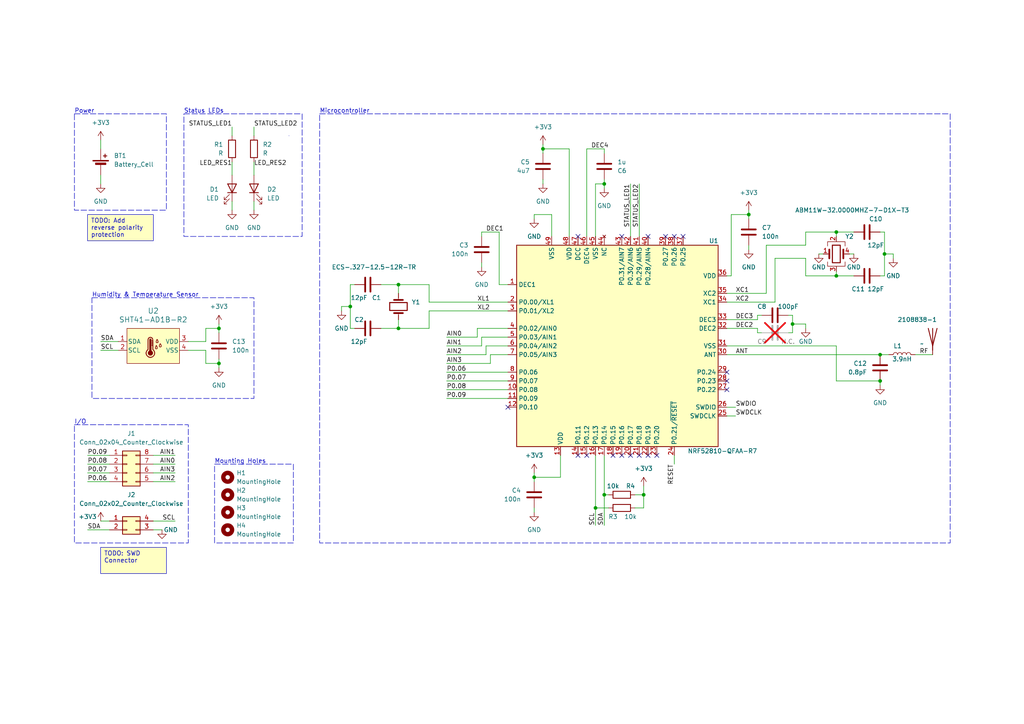
<source format=kicad_sch>
(kicad_sch (version 20230121) (generator eeschema)
  (paper "A4")
  (lib_symbols
    (symbol "Connector_Generic:Conn_02x02_Counter_Clockwise" (pin_names (offset 1.016) hide)
      (property "Reference" "J" (at 1.27 2.54 0))
      (property "Value" "Conn_02x02_Counter_Clockwise" (at 1.27 -5.08 0))
      (symbol "Conn_02x02_Counter_Clockwise_1_1"
        (rectangle (start -1.27 -2.413) (end 0 -2.667) (stroke (width 0.1524)))
        (rectangle (start -1.27 0.127) (end 0 -0.127) (stroke (width 0.1524)))
        (rectangle (start -1.27 1.27) (end 3.81 -3.81) (stroke (width 0.254)) (fill (type background)))
        (rectangle (start 3.81 -2.413) (end 2.54 -2.667) (stroke (width 0.1524)))
        (rectangle (start 3.81 0.127) (end 2.54 -0.127) (stroke (width 0.1524)))
        (pin passive line (at -5.08 0 0) (length 3.81) (name "Pin_1") (number "1"))
        (pin passive line (at -5.08 -2.54 0) (length 3.81) (name "Pin_2") (number "2"))
        (pin passive line (at 7.62 -2.54 180) (length 3.81) (name "Pin_3") (number "3"))
        (pin passive line (at 7.62 0 180) (length 3.81) (name "Pin_4") (number "4"))
      )
    )
    (symbol "Connector_Generic:Conn_02x04_Counter_Clockwise" (pin_names (offset 1.016) hide)
      (property "Reference" "J" (at 1.27 5.08 0))
      (property "Value" "Conn_02x04_Counter_Clockwise" (at 1.27 -7.62 0))
      (symbol "Conn_02x04_Counter_Clockwise_1_1"
        (rectangle (start -1.27 -4.953) (end 0 -5.207) (stroke (width 0.1524)))
        (rectangle (start -1.27 -2.413) (end 0 -2.667) (stroke (width 0.1524)))
        (rectangle (start -1.27 0.127) (end 0 -0.127) (stroke (width 0.1524)))
        (rectangle (start -1.27 2.667) (end 0 2.413) (stroke (width 0.1524)))
        (rectangle (start -1.27 3.81) (end 3.81 -6.35) (stroke (width 0.254)) (fill (type background)))
        (rectangle (start 3.81 -4.953) (end 2.54 -5.207) (stroke (width 0.1524)))
        (rectangle (start 3.81 -2.413) (end 2.54 -2.667) (stroke (width 0.1524)))
        (rectangle (start 3.81 0.127) (end 2.54 -0.127) (stroke (width 0.1524)))
        (rectangle (start 3.81 2.667) (end 2.54 2.413) (stroke (width 0.1524)))
        (pin passive line (at -5.08 2.54 0) (length 3.81) (name "Pin_1") (number "1"))
        (pin passive line (at -5.08 0 0) (length 3.81) (name "Pin_2") (number "2"))
        (pin passive line (at -5.08 -2.54 0) (length 3.81) (name "Pin_3") (number "3"))
        (pin passive line (at -5.08 -5.08 0) (length 3.81) (name "Pin_4") (number "4"))
        (pin passive line (at 7.62 -5.08 180) (length 3.81) (name "Pin_5") (number "5"))
        (pin passive line (at 7.62 -2.54 180) (length 3.81) (name "Pin_6") (number "6"))
        (pin passive line (at 7.62 0 180) (length 3.81) (name "Pin_7") (number "7"))
        (pin passive line (at 7.62 2.54 180) (length 3.81) (name "Pin_8") (number "8"))
      )
    )
    (symbol "Device:Antenna" (pin_numbers hide) (pin_names (offset 1.016) hide)
      (property "Reference" "AE" (at -1.905 1.905 0))
      (property "Value" "Antenna" (at -1.905 0 0))
      (symbol "Antenna_0_1"
        (polyline (pts (xy 0 2.54) (xy 0 -3.81)) (stroke (width 0.254)))
        (polyline (pts (xy 1.27 2.54) (xy 0 -2.54) (xy -1.27 2.54)) (stroke (width 0.254)))
      )
      (symbol "Antenna_1_1"
        (pin input line (at 0 -5.08 90) (length 2.54) (name "A") (number "1"))
      )
    )
    (symbol "Device:Battery_Cell" (pin_numbers hide) (pin_names (offset 0) hide)
      (property "Reference" "BT" (at 2.54 2.54 0))
      (property "Value" "Battery_Cell" (at 2.54 0 0))
      (symbol "Battery_Cell_0_1"
        (rectangle (start -2.286 1.778) (end 2.286 1.524) (fill (type outline)))
        (rectangle (start -1.524 1.016) (end 1.524 0.508) (fill (type outline)))
        (polyline (pts (xy 0 0.762) (xy 0 0)))
        (polyline (pts (xy 0 1.778) (xy 0 2.54)))
        (polyline (pts (xy 0.762 3.048) (xy 1.778 3.048)) (stroke (width 0.254)))
        (polyline (pts (xy 1.27 3.556) (xy 1.27 2.54)) (stroke (width 0.254)))
      )
      (symbol "Battery_Cell_1_1"
        (pin passive line (at 0 5.08 270) (length 2.54) (name "+") (number "1"))
        (pin passive line (at 0 -2.54 90) (length 2.54) (name "-") (number "2"))
      )
    )
    (symbol "Device:C" (pin_numbers hide) (pin_names (offset 0.254))
      (property "Reference" "C" (at 0.635 2.54 0))
      (property "Value" "C" (at 0.635 -2.54 0))
      (symbol "C_0_1"
        (polyline (pts (xy -2.032 -0.762) (xy 2.032 -0.762)) (stroke (width 0.508)))
        (polyline (pts (xy -2.032 0.762) (xy 2.032 0.762)) (stroke (width 0.508)))
      )
      (symbol "C_1_1"
        (pin passive line (at 0 3.81 270) (length 2.794) (name "~") (number "1"))
        (pin passive line (at 0 -3.81 90) (length 2.794) (name "~") (number "2"))
      )
    )
    (symbol "Device:Crystal" (pin_numbers hide) (pin_names (offset 1.016) hide)
      (property "Reference" "Y" (at 0 3.81 0))
      (property "Value" "Crystal" (at 0 -3.81 0))
      (symbol "Crystal_0_1"
        (rectangle (start -1.143 2.54) (end 1.143 -2.54) (stroke (width 0.3048)))
        (polyline (pts (xy -2.54 0) (xy -1.905 0)))
        (polyline (pts (xy -1.905 -1.27) (xy -1.905 1.27)) (stroke (width 0.508)))
        (polyline (pts (xy 1.905 -1.27) (xy 1.905 1.27)) (stroke (width 0.508)))
        (polyline (pts (xy 2.54 0) (xy 1.905 0)))
      )
      (symbol "Crystal_1_1"
        (pin passive line (at -3.81 0 0) (length 1.27) (name "1") (number "1"))
        (pin passive line (at 3.81 0 180) (length 1.27) (name "2") (number "2"))
      )
    )
    (symbol "Device:Crystal_GND23" (pin_names (offset 1.016) hide)
      (property "Reference" "Y" (at 3.175 5.08 0))
      (property "Value" "Crystal_GND23" (at 3.175 3.175 0))
      (symbol "Crystal_GND23_0_1"
        (rectangle (start -1.143 2.54) (end 1.143 -2.54) (stroke (width 0.3048)))
        (polyline (pts (xy -2.54 0) (xy -2.032 0)))
        (polyline (pts (xy -2.032 -1.27) (xy -2.032 1.27)) (stroke (width 0.508)))
        (polyline (pts (xy 0 -3.81) (xy 0 -3.556)))
        (polyline (pts (xy 0 3.556) (xy 0 3.81)))
        (polyline (pts (xy 2.032 -1.27) (xy 2.032 1.27)) (stroke (width 0.508)))
        (polyline (pts (xy 2.032 0) (xy 2.54 0)))
        (polyline (pts (xy -2.54 -2.286) (xy -2.54 -3.556) (xy 2.54 -3.556) (xy 2.54 -2.286)))
        (polyline (pts (xy -2.54 2.286) (xy -2.54 3.556) (xy 2.54 3.556) (xy 2.54 2.286)))
      )
      (symbol "Crystal_GND23_1_1"
        (pin passive line (at -3.81 0 0) (length 1.27) (name "1") (number "1"))
        (pin passive line (at 0 5.08 270) (length 1.27) (name "2") (number "2"))
        (pin passive line (at 0 -5.08 90) (length 1.27) (name "3") (number "3"))
        (pin passive line (at 3.81 0 180) (length 1.27) (name "4") (number "4"))
      )
    )
    (symbol "Device:L" (pin_numbers hide) (pin_names (offset 1.016) hide)
      (property "Reference" "L" (at -1.27 0 90))
      (property "Value" "L" (at 1.905 0 90))
      (symbol "L_0_1"
        (arc (start 0 -2.54) (mid 0.6323 -1.905) (end 0 -1.27))
        (arc (start 0 -1.27) (mid 0.6323 -0.635) (end 0 0))
        (arc (start 0 0) (mid 0.6323 0.635) (end 0 1.27))
        (arc (start 0 1.27) (mid 0.6323 1.905) (end 0 2.54))
      )
      (symbol "L_1_1"
        (pin passive line (at 0 3.81 270) (length 1.27) (name "1") (number "1"))
        (pin passive line (at 0 -3.81 90) (length 1.27) (name "2") (number "2"))
      )
    )
    (symbol "Device:LED" (pin_numbers hide) (pin_names (offset 1.016) hide)
      (property "Reference" "D" (at 0 2.54 0))
      (property "Value" "LED" (at 0 -2.54 0))
      (symbol "LED_0_1"
        (polyline (pts (xy -1.27 -1.27) (xy -1.27 1.27)) (stroke (width 0.254)))
        (polyline (pts (xy -1.27 0) (xy 1.27 0)))
        (polyline (pts (xy 1.27 -1.27) (xy 1.27 1.27) (xy -1.27 0) (xy 1.27 -1.27)) (stroke (width 0.254)))
        (polyline (pts (xy -3.048 -0.762) (xy -4.572 -2.286) (xy -3.81 -2.286) (xy -4.572 -2.286) (xy -4.572 -1.524)))
        (polyline (pts (xy -1.778 -0.762) (xy -3.302 -2.286) (xy -2.54 -2.286) (xy -3.302 -2.286) (xy -3.302 -1.524)))
      )
      (symbol "LED_1_1"
        (pin passive line (at -3.81 0 0) (length 2.54) (name "K") (number "1"))
        (pin passive line (at 3.81 0 180) (length 2.54) (name "A") (number "2"))
      )
    )
    (symbol "Device:R" (pin_numbers hide) (pin_names (offset 0))
      (property "Reference" "R" (at 2.032 0 90))
      (property "Value" "R" (at 0 0 90))
      (symbol "R_0_1"
        (rectangle (start -1.016 -2.54) (end 1.016 2.54) (stroke (width 0.254)))
      )
      (symbol "R_1_1"
        (pin passive line (at 0 3.81 270) (length 1.27) (name "~") (number "1"))
        (pin passive line (at 0 -3.81 90) (length 1.27) (name "~") (number "2"))
      )
    )
    (symbol "Mechanical:MountingHole" (pin_names (offset 1.016))
      (property "Reference" "H" (at 0 5.08 0))
      (property "Value" "MountingHole" (at 0 3.175 0))
      (symbol "MountingHole_0_1"
        (circle (center 0 0) (radius 1.27) (stroke (width 1.27)))
      )
    )
    (symbol "encyclopedia_galactica:NRF52810-QFAA-R7"
      (property "Reference" "U" (at 0 54.61 0))
      (property "Value" "NRF52810-QFAA-R7" (at 0 52.07 0))
      (symbol "NRF52810-QFAA-R7_0_1"
        (rectangle (start -29.21 29.21) (end 29.21 -29.21) (stroke (width 0.254)) (fill (type background)))
      )
      (symbol "NRF52810-QFAA-R7_1_1"
        (pin passive line (at -31.75 17.78 0) (length 2.54) (name "DEC1") (number "1"))
        (pin bidirectional line (at -31.75 -12.7 0) (length 2.54) (name "P0.08") (number "10"))
        (pin bidirectional line (at -31.75 -15.24 0) (length 2.54) (name "P0.09") (number "11"))
        (pin bidirectional line (at -31.75 -17.78 0) (length 2.54) (name "P0.10") (number "12"))
        (pin power_in line (at -16.51 -31.75 90) (length 2.54) (name "VDD") (number "13"))
        (pin bidirectional line (at -11.43 -31.75 90) (length 2.54) (name "P0.11") (number "14"))
        (pin bidirectional line (at -8.89 -31.75 90) (length 2.54) (name "P0.12") (number "15"))
        (pin bidirectional line (at -6.35 -31.75 90) (length 2.54) (name "P0.13") (number "16"))
        (pin bidirectional line (at -3.81 -31.75 90) (length 2.54) (name "P0.14") (number "17"))
        (pin bidirectional line (at -1.27 -31.75 90) (length 2.54) (name "P0.15") (number "18"))
        (pin bidirectional line (at 1.27 -31.75 90) (length 2.54) (name "P0.16") (number "19"))
        (pin bidirectional line (at -31.75 12.7 0) (length 2.54) (name "P0.00/XL1") (number "2"))
        (pin bidirectional line (at 3.81 -31.75 90) (length 2.54) (name "P0.17") (number "20"))
        (pin bidirectional line (at 6.35 -31.75 90) (length 2.54) (name "P0.18") (number "21"))
        (pin bidirectional line (at 8.89 -31.75 90) (length 2.54) (name "P0.19") (number "22"))
        (pin bidirectional line (at 11.43 -31.75 90) (length 2.54) (name "P0.20") (number "23"))
        (pin bidirectional line (at 16.51 -31.75 90) (length 2.54) (name "P0.21/~{RESET}") (number "24"))
        (pin input line (at 31.75 -20.32 180) (length 2.54) (name "SWDCLK") (number "25"))
        (pin bidirectional line (at 31.75 -17.78 180) (length 2.54) (name "SWDIO") (number "26"))
        (pin bidirectional line (at 31.75 -12.7 180) (length 2.54) (name "P0.22") (number "27"))
        (pin bidirectional line (at 31.75 -10.16 180) (length 2.54) (name "P0.23") (number "28"))
        (pin bidirectional line (at 31.75 -7.62 180) (length 2.54) (name "P0.24") (number "29"))
        (pin bidirectional line (at -31.75 10.16 0) (length 2.54) (name "P0.01/XL2") (number "3"))
        (pin passive line (at 31.75 -2.54 180) (length 2.54) (name "ANT") (number "30"))
        (pin power_in line (at 31.75 0 180) (length 2.54) (name "VSS") (number "31"))
        (pin passive line (at 31.75 5.08 180) (length 2.54) (name "DEC2") (number "32"))
        (pin passive line (at 31.75 7.62 180) (length 2.54) (name "DEC3") (number "33"))
        (pin input line (at 31.75 12.7 180) (length 2.54) (name "XC1") (number "34"))
        (pin input line (at 31.75 15.24 180) (length 2.54) (name "XC2") (number "35"))
        (pin passive line (at 31.75 20.32 180) (length 2.54) (name "VDD") (number "36"))
        (pin bidirectional line (at 19.05 31.75 270) (length 2.54) (name "P0.25") (number "37"))
        (pin bidirectional line (at 16.51 31.75 270) (length 2.54) (name "P0.26") (number "38"))
        (pin bidirectional line (at 13.97 31.75 270) (length 2.54) (name "P0.27") (number "39"))
        (pin bidirectional line (at -31.75 5.08 0) (length 2.54) (name "P0.02/AIN0") (number "4"))
        (pin bidirectional line (at 8.89 31.75 270) (length 2.54) (name "P0.28/AIN4") (number "40"))
        (pin bidirectional line (at 6.35 31.75 270) (length 2.54) (name "P0.29/AIN5") (number "41"))
        (pin bidirectional line (at 3.81 31.75 270) (length 2.54) (name "P0.30/AIN6") (number "42"))
        (pin bidirectional line (at 1.27 31.75 270) (length 2.54) (name "P0.31/AIN7") (number "43"))
        (pin no_connect line (at -3.81 31.75 270) (length 2.54) (name "NC") (number "44"))
        (pin passive line (at -6.35 31.75 270) (length 2.54) (name "VSS") (number "45"))
        (pin passive line (at -8.89 31.75 270) (length 2.54) (name "DEC4") (number "46"))
        (pin power_out line (at -11.43 31.75 270) (length 2.54) (name "DCC") (number "47"))
        (pin passive line (at -13.97 31.75 270) (length 2.54) (name "VDD") (number "48"))
        (pin passive line (at -19.05 31.75 270) (length 2.54) (name "VSS") (number "49"))
        (pin bidirectional line (at -31.75 2.54 0) (length 2.54) (name "P0.03/AIN1") (number "5"))
        (pin bidirectional line (at -31.75 0 0) (length 2.54) (name "P0.04/AIN2") (number "6"))
        (pin bidirectional line (at -31.75 -2.54 0) (length 2.54) (name "P0.05/AIN3") (number "7"))
        (pin bidirectional line (at -31.75 -7.62 0) (length 2.54) (name "P0.06") (number "8"))
        (pin bidirectional line (at -31.75 -10.16 0) (length 2.54) (name "P0.07") (number "9"))
      )
    )
    (symbol "encyclopedia_galactica:SHT41-AD1B-R2" (pin_names (offset 0.254))
      (property "Reference" "U" (at 0 13.97 0))
      (property "Value" "SHT41-AD1B-R2" (at 0 11.43 0))
      (symbol "SHT41-AD1B-R2_0_0"
        (polyline (pts (xy -0.7782 -2.7679) (xy -0.7538 -2.7614) (xy -0.6273 -2.7452) (xy -0.5713 -2.733) (xy -0.4386 -2.65) (xy -0.3005 -2.5149) (xy -0.1862 -2.3589) (xy -0.1253 -2.2133) (xy -0.1122 -1.9777) (xy -0.1841 -1.7536) (xy -0.3553 -1.5359) (xy -0.5465 -1.3446) (xy -0.5465 0.2882) (xy -0.5465 1.9209) (xy -0.6855 2.012) (xy -0.7691 2.0613) (xy -0.8546 2.0708) (xy -0.9634 2.012) (xy -1.1023 1.9209) (xy -1.1023 0.2767) (xy -1.1023 -1.3675) (xy -1.2424 -1.4777) (xy -1.2888 -1.5171) (xy -1.4497 -1.7284) (xy -1.5229 -1.9679) (xy -1.5126 -2.2124) (xy -1.4228 -2.4384) (xy -1.2576 -2.6226) (xy -1.0211 -2.7416) (xy -0.8813 -2.7694) (xy -0.7782 -2.7679)) (stroke (width 0.01)) (fill (type outline)))
        (polyline (pts (xy 2.1727 -0.3391) (xy 2.3119 -0.2679) (xy 2.3683 -0.175) (xy 2.3992 -0.0278) (xy 2.3871 0.0546) (xy 2.337 0.2108) (xy 2.2619 0.3868) (xy 2.177 0.5511) (xy 2.0973 0.6727) (xy 2.0379 0.7202) (xy 1.9994 0.6955) (xy 1.9245 0.5928) (xy 1.8393 0.4391) (xy 1.7593 0.2658) (xy 1.6999 0.1045) (xy 1.6767 -0.0135) (xy 1.6805 -0.0349) (xy 1.7878 -0.0349) (xy 1.7977 0.0177) (xy 1.8421 0.1542) (xy 1.9103 0.3256) (xy 2.0328 0.6103) (xy 2.1597 0.3359) (xy 2.2226 0.1922) (xy 2.2764 0.0231) (xy 2.275 -0.0919) (xy 2.2213 -0.1774) (xy 2.1655 -0.214) (xy 2.0379 -0.2441) (xy 1.9584 -0.2324) (xy 1.8367 -0.1559) (xy 1.7878 -0.0349) (xy 1.6805 -0.0349) (xy 1.6952 -0.1171) (xy 1.7686 -0.2536) (xy 1.8305 -0.3015) (xy 1.9945 -0.3498) (xy 2.1727 -0.3391)) (stroke (width 0.01)) (fill (type outline)))
        (polyline (pts (xy 1.2779 0.8852) (xy 1.3876 0.9342) (xy 1.439 1.0346) (xy 1.4494 1.2197) (xy 1.4056 1.4476) (xy 1.3104 1.6903) (xy 1.2438 1.815) (xy 1.1682 1.9333) (xy 1.1209 1.9791) (xy 1.087 1.9506) (xy 1.016 1.8457) (xy 0.9313 1.6903) (xy 0.8493 1.4902) (xy 0.7962 1.2577) (xy 0.7964 1.2083) (xy 0.8985 1.2083) (xy 0.907 1.2863) (xy 0.947 1.4367) (xy 1.0063 1.5899) (xy 1.0699 1.7089) (xy 1.1227 1.7568) (xy 1.1687 1.7194) (xy 1.2295 1.6057) (xy 1.286 1.4514) (xy 1.3252 1.2933) (xy 1.3338 1.1679) (xy 1.3235 1.1054) (xy 1.2709 1.0212) (xy 1.1467 0.9899) (xy 1.1356 0.9889) (xy 0.987 0.994) (xy 0.9164 1.0597) (xy 0.8985 1.2083) (xy 0.7964 1.2083) (xy 0.7968 1.063) (xy 0.8541 0.9342) (xy 0.9555 0.8871) (xy 1.116 0.8695) (xy 1.2779 0.8852)) (stroke (width 0.01)) (fill (type outline)))
        (polyline (pts (xy 1.1245 -0.8535) (xy 1.1312 -0.8498) (xy 1.2085 -0.7577) (xy 1.2315 -0.5895) (xy 1.2238 -0.507) (xy 1.1823 -0.3342) (xy 1.116 -0.1464) (xy 1.038 0.0259) (xy 0.9612 0.1517) (xy 0.8985 0.2005) (xy 0.864 0.1827) (xy 0.7914 0.0847) (xy 0.7123 -0.0722) (xy 0.6397 -0.2572) (xy 0.5864 -0.4397) (xy 0.5682 -0.5702) (xy 0.6762 -0.5702) (xy 0.6847 -0.4923) (xy 0.7246 -0.3419) (xy 0.784 -0.1887) (xy 0.8476 -0.0697) (xy 0.9004 -0.0218) (xy 0.9464 -0.0591) (xy 1.0072 -0.1728) (xy 1.0637 -0.3271) (xy 1.1029 -0.4853) (xy 1.1115 -0.6106) (xy 1.1012 -0.6731) (xy 1.0485 -0.7574) (xy 0.9243 -0.7887) (xy 0.9133 -0.7897) (xy 0.7647 -0.7846) (xy 0.6941 -0.7188) (xy 0.6762 -0.5702) (xy 0.5682 -0.5702) (xy 0.5656 -0.5887) (xy 0.5845 -0.7427) (xy 0.6623 -0.851) (xy 0.7257 -0.88) (xy 0.9286 -0.906) (xy 1.1245 -0.8535)) (stroke (width 0.01)) (fill (type outline)))
        (polyline (pts (xy -0.5545 -3.3797) (xy -0.2175 -3.2426) (xy 0.0945 -2.9972) (xy 0.1243 -2.9669) (xy 0.3463 -2.6832) (xy 0.4707 -2.3844) (xy 0.5089 -2.044) (xy 0.476 -1.8294) (xy 0.3828 -1.5698) (xy 0.2505 -1.3237) (xy 0.1 -1.1376) (xy -0.0463 -1.0029) (xy -0.0464 0.4742) (xy -0.0467 0.7893) (xy -0.0488 1.1761) (xy -0.0534 1.4752) (xy -0.0614 1.7005) (xy -0.0736 1.8661) (xy -0.0909 1.986) (xy -0.1139 2.0742) (xy -0.1437 2.1447) (xy -0.2598 2.3183) (xy -0.4689 2.4887) (xy -0.7142 2.5745) (xy -0.9722 2.5687) (xy -1.2192 2.4643) (xy -1.2384 2.4513) (xy -1.3421 2.3751) (xy -1.424 2.294) (xy -1.4867 2.1948) (xy -1.5327 2.0641) (xy -1.5646 1.8887) (xy -1.585 1.6553) (xy -1.5964 1.3506) (xy -1.6014 0.9613) (xy -1.6025 0.4742) (xy -1.6026 -1.0029) (xy -1.7489 -1.1376) (xy -1.8907 -1.3105) (xy -2.0247 -1.5544) (xy -2.1208 -1.8145) (xy -2.1578 -2.044) (xy -2.1575 -2.0827) (xy -2.138 -2.2218) (xy -1.9808 -2.2218) (xy -1.9707 -1.897) (xy -1.8626 -1.5804) (xy -1.6554 -1.2905) (xy -1.4358 -1.0597) (xy -1.4358 0.4346) (xy -1.4358 0.4797) (xy -1.4346 0.9365) (xy -1.4309 1.2963) (xy -1.424 1.572) (xy -1.4133 1.7764) (xy -1.398 1.9226) (xy -1.3777 2.0235) (xy -1.3515 2.0921) (xy -1.3513 2.0925) (xy -1.216 2.2564) (xy -1.0244 2.3768) (xy -0.8244 2.4237) (xy -0.7891 2.4224) (xy -0.5709 2.3561) (xy -0.3871 2.2073) (xy -0.2603 2.0002) (xy -0.2131 1.7595) (xy -0.2144 1.7118) (xy -0.2434 1.6157) (xy -0.3242 1.59) (xy -0.389 1.5745) (xy -0.4354 1.5066) (xy -0.4147 1.458) (xy -0.3242 1.4233) (xy -0.2391 1.3933) (xy -0.2131 1.2843) (xy -0.237 1.1779) (xy -0.3242 1.1454) (xy -0.389 1.1299) (xy -0.4354 1.062) (xy -0.4147 1.0134) (xy -0.3242 0.9786) (xy -0.2391 0.9486) (xy -0.2131 0.8397) (xy -0.237 0.7333) (xy -0.3242 0.7007) (xy -0.389 0.6853) (xy -0.4354 0.6174) (xy -0.4147 0.5687) (xy -0.3242 0.534) (xy -0.2391 0.504) (xy -0.2131 0.395) (xy -0.237 0.2887) (xy -0.3242 0.2561) (xy -0.389 0.2406) (xy -0.4354 0.1727) (xy -0.4147 0.1241) (xy -0.3242 0.0894) (xy -0.3128 0.0892) (xy -0.2667 0.0778) (xy -0.2375 0.0345) (xy -0.2213 -0.0606) (xy -0.2145 -0.2272) (xy -0.2131 -0.4852) (xy -0.2131 -1.0597) (xy 0.0065 -1.2905) (xy 0.1132 -1.418) (xy 0.2758 -1.7239) (xy 0.3386 -2.0486) (xy 0.3025 -2.3736) (xy 0.168 -2.6806) (xy -0.0639 -2.9511) (xy -0.1168 -2.9941) (xy -0.3007 -3.1115) (xy -0.4755 -3.1865) (xy -0.586 -3.2131) (xy -0.9384 -3.2355) (xy -1.2628 -3.1514) (xy -1.568 -2.9592) (xy -1.7106 -2.8208) (xy -1.8938 -2.5359) (xy -1.9808 -2.2218) (xy -2.138 -2.2218) (xy -2.1106 -2.4174) (xy -1.9764 -2.7137) (xy -1.7434 -2.9978) (xy -1.5826 -3.142) (xy -1.4085 -3.2682) (xy -1.2691 -3.3395) (xy -0.9161 -3.4084) (xy -0.5545 -3.3797)) (stroke (width 0.01)) (fill (type outline)))
      )
      (symbol "SHT41-AD1B-R2_1_1"
        (rectangle (start -7.62 5.08) (end 7.62 -5.08) (fill (type background)))
        (pin bidirectional line (at -10.16 1.27 0) (length 2.54) (name "SDA") (number "1"))
        (pin input line (at -10.16 -1.27 0) (length 2.54) (name "SCL") (number "2"))
        (pin power_in line (at 10.16 1.27 180) (length 2.54) (name "VDD") (number "3"))
        (pin power_out line (at 10.16 -1.27 180) (length 2.54) (name "VSS") (number "4"))
      )
    )
    (symbol "power:+3V3" (power) (pin_names (offset 0))
      (property "Value" "+3V3" (at 0 3.556 0))
      (symbol "+3V3_0_1"
        (polyline (pts (xy -0.762 1.27) (xy 0 2.54)))
        (polyline (pts (xy 0 0) (xy 0 2.54)))
        (polyline (pts (xy 0 2.54) (xy 0.762 1.27)))
      )
      (symbol "+3V3_1_1"
        (pin power_in line (at 0 0 90) (length 0) hide (name "+3V3") (number "1"))
      )
    )
    (symbol "power:GND" (power) (pin_names (offset 0))
      (property "Value" "GND" (at 0 -3.81 0))
      (symbol "GND_0_1"
        (polyline (pts (xy 0 0) (xy 0 -1.27) (xy 1.27 -1.27) (xy 0 -2.54) (xy -1.27 -1.27) (xy 0 -1.27)))
      )
      (symbol "GND_1_1"
        (pin power_in line (at 0 0 270) (length 0) hide (name "GND") (number "1"))
      )
    )
  )
  (junction (at 242.57 67.31))
  (junction (at 175.26 143.51))
  (junction (at 255.27 110.49))
  (junction (at 175.26 53.34))
  (junction (at 186.69 143.51))
  (junction (at 255.27 102.87))
  (junction (at 115.57 95.25))
  (junction (at 63.5 105.41))
  (junction (at 154.94 138.43))
  (junction (at 217.17 62.23))
  (junction (at 242.57 80.01))
  (junction (at 101.6 88.9))
  (junction (at 229.87 93.98))
  (junction (at 115.57 82.55))
  (junction (at 63.5 95.25))
  (junction (at 256.54 73.66))
  (junction (at 157.48 43.18))
  (junction (at 172.72 147.32))
  (no_connect (at 182.88 132.08))
  (no_connect (at 147.32 118.11))
  (no_connect (at 210.82 113.03))
  (no_connect (at 210.82 110.49))
  (no_connect (at 167.64 132.08))
  (no_connect (at 180.34 132.08))
  (no_connect (at 170.18 132.08))
  (no_connect (at 177.8 132.08))
  (no_connect (at 190.5 132.08))
  (no_connect (at 187.96 68.58))
  (no_connect (at 185.42 132.08))
  (no_connect (at 180.34 68.58))
  (no_connect (at 187.96 132.08))
  (no_connect (at 195.58 68.58))
  (no_connect (at 193.04 68.58))
  (no_connect (at 210.82 107.95))
  (no_connect (at 198.12 68.58))
  (no_connect (at 167.64 68.58))
  (wire (pts (xy 129.54 100.33) (xy 139.7 100.33)))
  (wire (pts (xy 139.7 76.2) (xy 139.7 77.47)))
  (wire (pts (xy 101.6 95.25) (xy 101.6 88.9)))
  (wire (pts (xy 175.26 52.07) (xy 175.26 53.34)))
  (wire (pts (xy 242.57 80.01) (xy 242.57 78.74)))
  (wire (pts (xy 212.09 80.01) (xy 210.82 80.01)))
  (wire (pts (xy 44.45 151.13) (xy 50.8 151.13)))
  (wire (pts (xy 29.21 101.6) (xy 34.29 101.6)))
  (wire (pts (xy 147.32 97.79) (xy 139.7 97.79)))
  (wire (pts (xy 222.25 71.12) (xy 222.25 85.09)))
  (wire (pts (xy 157.48 52.07) (xy 157.48 53.34)))
  (wire (pts (xy 129.54 115.57) (xy 147.32 115.57)))
  (wire (pts (xy 233.68 93.98) (xy 229.87 93.98)))
  (wire (pts (xy 184.15 143.51) (xy 186.69 143.51)))
  (wire (pts (xy 224.79 74.93) (xy 233.68 74.93)))
  (wire (pts (xy 63.5 93.98) (xy 63.5 95.25)))
  (wire (pts (xy 115.57 82.55) (xy 115.57 85.09)))
  (wire (pts (xy 124.46 82.55) (xy 124.46 87.63)))
  (wire (pts (xy 265.43 102.87) (xy 270.51 102.87)))
  (wire (pts (xy 29.21 50.8) (xy 29.21 53.34)))
  (wire (pts (xy 172.72 147.32) (xy 176.53 147.32)))
  (wire (pts (xy 182.88 53.34) (xy 182.88 68.58)))
  (wire (pts (xy 29.21 151.13) (xy 31.75 151.13)))
  (wire (pts (xy 140.97 100.33) (xy 140.97 102.87)))
  (wire (pts (xy 44.45 137.16) (xy 50.8 137.16)))
  (wire (pts (xy 59.69 95.25) (xy 63.5 95.25)))
  (wire (pts (xy 175.26 143.51) (xy 175.26 152.4)))
  (wire (pts (xy 256.54 80.01) (xy 256.54 73.66)))
  (wire (pts (xy 220.98 96.52) (xy 219.71 96.52)))
  (wire (pts (xy 185.42 53.34) (xy 185.42 68.58)))
  (wire (pts (xy 67.31 36.83) (xy 67.31 39.37)))
  (wire (pts (xy 175.26 143.51) (xy 176.53 143.51)))
  (wire (pts (xy 102.87 95.25) (xy 101.6 95.25)))
  (wire (pts (xy 154.94 147.32) (xy 154.94 148.59)))
  (wire (pts (xy 129.54 102.87) (xy 140.97 102.87)))
  (wire (pts (xy 129.54 107.95) (xy 147.32 107.95)))
  (wire (pts (xy 129.54 110.49) (xy 147.32 110.49)))
  (wire (pts (xy 139.7 68.58) (xy 139.7 67.31)))
  (wire (pts (xy 29.21 40.64) (xy 29.21 43.18)))
  (wire (pts (xy 154.94 138.43) (xy 162.56 138.43)))
  (wire (pts (xy 144.78 82.55) (xy 144.78 67.31)))
  (wire (pts (xy 144.78 67.31) (xy 139.7 67.31)))
  (wire (pts (xy 172.72 147.32) (xy 172.72 152.4)))
  (wire (pts (xy 147.32 95.25) (xy 138.43 95.25)))
  (wire (pts (xy 233.68 95.25) (xy 233.68 93.98)))
  (wire (pts (xy 255.27 102.87) (xy 257.81 102.87)))
  (wire (pts (xy 229.87 93.98) (xy 229.87 96.52)))
  (wire (pts (xy 59.69 99.06) (xy 59.69 95.25)))
  (wire (pts (xy 44.45 139.7) (xy 50.8 139.7)))
  (wire (pts (xy 217.17 60.96) (xy 217.17 62.23)))
  (wire (pts (xy 63.5 95.25) (xy 63.5 96.52)))
  (wire (pts (xy 242.57 67.31) (xy 233.68 67.31)))
  (wire (pts (xy 238.76 73.66) (xy 237.49 73.66)))
  (wire (pts (xy 170.18 43.18) (xy 170.18 68.58)))
  (wire (pts (xy 129.54 113.03) (xy 147.32 113.03)))
  (wire (pts (xy 220.98 91.44) (xy 219.71 91.44)))
  (wire (pts (xy 154.94 138.43) (xy 154.94 139.7)))
  (wire (pts (xy 165.1 43.18) (xy 157.48 43.18)))
  (wire (pts (xy 228.6 91.44) (xy 229.87 91.44)))
  (wire (pts (xy 25.4 134.62) (xy 31.75 134.62)))
  (wire (pts (xy 154.94 137.16) (xy 154.94 138.43)))
  (wire (pts (xy 210.82 100.33) (xy 242.57 100.33)))
  (wire (pts (xy 99.06 90.17) (xy 99.06 88.9)))
  (wire (pts (xy 25.4 153.67) (xy 31.75 153.67)))
  (wire (pts (xy 210.82 102.87) (xy 255.27 102.87)))
  (wire (pts (xy 110.49 82.55) (xy 115.57 82.55)))
  (wire (pts (xy 44.45 153.67) (xy 46.99 153.67)))
  (wire (pts (xy 142.24 102.87) (xy 142.24 105.41)))
  (wire (pts (xy 139.7 97.79) (xy 139.7 100.33)))
  (wire (pts (xy 157.48 41.91) (xy 157.48 43.18)))
  (wire (pts (xy 25.4 137.16) (xy 31.75 137.16)))
  (wire (pts (xy 165.1 68.58) (xy 165.1 43.18)))
  (wire (pts (xy 172.72 132.08) (xy 172.72 147.32)))
  (wire (pts (xy 224.79 74.93) (xy 224.79 87.63)))
  (wire (pts (xy 184.15 147.32) (xy 186.69 147.32)))
  (wire (pts (xy 186.69 143.51) (xy 186.69 140.97)))
  (wire (pts (xy 175.26 132.08) (xy 175.26 143.51)))
  (wire (pts (xy 242.57 67.31) (xy 242.57 68.58)))
  (wire (pts (xy 256.54 67.31) (xy 255.27 67.31)))
  (wire (pts (xy 233.68 80.01) (xy 242.57 80.01)))
  (wire (pts (xy 73.66 58.42) (xy 73.66 60.96)))
  (wire (pts (xy 195.58 132.08) (xy 195.58 134.62)))
  (wire (pts (xy 242.57 100.33) (xy 242.57 110.49)))
  (wire (pts (xy 247.65 73.66) (xy 246.38 73.66)))
  (wire (pts (xy 217.17 62.23) (xy 217.17 63.5)))
  (wire (pts (xy 138.43 95.25) (xy 138.43 97.79)))
  (wire (pts (xy 242.57 110.49) (xy 255.27 110.49)))
  (wire (pts (xy 115.57 95.25) (xy 124.46 95.25)))
  (wire (pts (xy 25.4 132.08) (xy 31.75 132.08)))
  (wire (pts (xy 210.82 95.25) (xy 219.71 95.25)))
  (wire (pts (xy 217.17 71.12) (xy 217.17 72.39)))
  (wire (pts (xy 25.4 139.7) (xy 31.75 139.7)))
  (wire (pts (xy 63.5 105.41) (xy 63.5 106.68)))
  (wire (pts (xy 157.48 43.18) (xy 157.48 44.45)))
  (wire (pts (xy 259.08 74.93) (xy 259.08 73.66)))
  (wire (pts (xy 124.46 87.63) (xy 147.32 87.63)))
  (wire (pts (xy 124.46 90.17) (xy 147.32 90.17)))
  (wire (pts (xy 67.31 58.42) (xy 67.31 60.96)))
  (wire (pts (xy 160.02 62.23) (xy 154.94 62.23)))
  (wire (pts (xy 67.31 46.99) (xy 67.31 50.8)))
  (wire (pts (xy 44.45 132.08) (xy 50.8 132.08)))
  (wire (pts (xy 115.57 82.55) (xy 124.46 82.55)))
  (wire (pts (xy 210.82 92.71) (xy 219.71 92.71)))
  (wire (pts (xy 212.09 62.23) (xy 217.17 62.23)))
  (wire (pts (xy 175.26 43.18) (xy 175.26 44.45)))
  (wire (pts (xy 228.6 96.52) (xy 229.87 96.52)))
  (wire (pts (xy 255.27 80.01) (xy 256.54 80.01)))
  (wire (pts (xy 138.43 97.79) (xy 129.54 97.79)))
  (wire (pts (xy 124.46 95.25) (xy 124.46 90.17)))
  (wire (pts (xy 175.26 53.34) (xy 175.26 54.61)))
  (wire (pts (xy 210.82 120.65) (xy 213.36 120.65)))
  (wire (pts (xy 101.6 88.9) (xy 101.6 82.55)))
  (wire (pts (xy 170.18 43.18) (xy 175.26 43.18)))
  (wire (pts (xy 73.66 46.99) (xy 73.66 50.8)))
  (wire (pts (xy 147.32 102.87) (xy 142.24 102.87)))
  (wire (pts (xy 186.69 147.32) (xy 186.69 143.51)))
  (wire (pts (xy 63.5 104.14) (xy 63.5 105.41)))
  (wire (pts (xy 224.79 87.63) (xy 210.82 87.63)))
  (wire (pts (xy 219.71 95.25) (xy 219.71 96.52)))
  (wire (pts (xy 233.68 67.31) (xy 233.68 71.12)))
  (wire (pts (xy 142.24 105.41) (xy 129.54 105.41)))
  (wire (pts (xy 44.45 134.62) (xy 50.8 134.62)))
  (wire (pts (xy 255.27 110.49) (xy 255.27 111.76)))
  (wire (pts (xy 54.61 99.06) (xy 59.69 99.06)))
  (wire (pts (xy 256.54 73.66) (xy 256.54 67.31)))
  (wire (pts (xy 172.72 53.34) (xy 175.26 53.34)))
  (wire (pts (xy 259.08 73.66) (xy 256.54 73.66)))
  (wire (pts (xy 59.69 101.6) (xy 59.69 105.41)))
  (wire (pts (xy 154.94 62.23) (xy 154.94 63.5)))
  (wire (pts (xy 160.02 68.58) (xy 160.02 62.23)))
  (wire (pts (xy 147.32 82.55) (xy 144.78 82.55)))
  (wire (pts (xy 73.66 36.83) (xy 73.66 39.37)))
  (wire (pts (xy 233.68 80.01) (xy 233.68 74.93)))
  (wire (pts (xy 247.65 67.31) (xy 242.57 67.31)))
  (wire (pts (xy 54.61 101.6) (xy 59.69 101.6)))
  (wire (pts (xy 229.87 91.44) (xy 229.87 93.98)))
  (wire (pts (xy 115.57 92.71) (xy 115.57 95.25)))
  (wire (pts (xy 29.21 99.06) (xy 34.29 99.06)))
  (wire (pts (xy 110.49 95.25) (xy 115.57 95.25)))
  (wire (pts (xy 147.32 100.33) (xy 140.97 100.33)))
  (wire (pts (xy 59.69 105.41) (xy 63.5 105.41)))
  (wire (pts (xy 162.56 132.08) (xy 162.56 138.43)))
  (wire (pts (xy 212.09 62.23) (xy 212.09 80.01)))
  (wire (pts (xy 172.72 53.34) (xy 172.72 68.58)))
  (wire (pts (xy 210.82 118.11) (xy 213.36 118.11)))
  (wire (pts (xy 222.25 71.12) (xy 233.68 71.12)))
  (wire (pts (xy 99.06 88.9) (xy 101.6 88.9)))
  (wire (pts (xy 247.65 80.01) (xy 242.57 80.01)))
  (wire (pts (xy 210.82 85.09) (xy 222.25 85.09)))
  (wire (pts (xy 101.6 82.55) (xy 102.87 82.55)))
  (wire (pts (xy 219.71 91.44) (xy 219.71 92.71)))
  (rectangle (start 53.34 33.02) (end 87.63 68.58) (stroke (width 0) (type dash)))
  (rectangle (start 21.59 123.19) (end 54.61 157.48) (stroke (width 0) (type dash)))
  (rectangle (start 21.59 33.02) (end 48.26 60.96) (stroke (width 0) (type dash)))
  (rectangle (start 92.71 33.02) (end 275.59 157.48) (stroke (width 0) (type dash)))
  (rectangle (start 26.67 86.36) (end 73.66 115.57) (stroke (width 0) (type dash)))
  (rectangle (start 62.23 134.62) (end 85.09 157.48) (stroke (width 0) (type dash)))
  (rectangle (start 83.82 39.37) (end 83.82 39.37))
  (text_box "TODO: Add reverse polarity protection" (at 25.4 62.23 0) (size 19.05 7.62) (fill (type color) (color 255 255 194 1)) (effects (font (size 1.27 1.27)) (justify left top)))
  (text_box "TODO: SWD Connector" (at 29.21 158.75 0) (size 19.05 7.62) (fill (type color) (color 255 255 194 1)) (effects (font (size 1.27 1.27)) (justify left top)))
  (text "Humidity & Temperature Sensor" (at 26.67 86.36 0) (effects (font (size 1.27 1.27)) (justify left bottom)))
  (text "Microcontroller" (at 92.71 33.02 0) (effects (font (size 1.27 1.27)) (justify left bottom)))
  (text "Mounting Holes" (at 62.23 134.62 0) (effects (font (size 1.27 1.27)) (justify left bottom)))
  (text "I/O" (at 21.59 123.19 0) (effects (font (size 1.27 1.27)) (justify left bottom)))
  (text "Status LEDs" (at 53.34 33.02 0) (effects (font (size 1.27 1.27)) (justify left bottom)))
  (text "Power" (at 21.59 33.02 0) (effects (font (size 1.27 1.27)) (justify left bottom)))
  (label "P0.06" (at 25.4 139.7 0))
  (label "ANT" (at 213.36 102.87 0))
  (label "AIN0" (at 129.54 97.79 0))
  (label "P0.06" (at 129.54 107.95 0))
  (label "SDA" (at 29.21 99.06 0))
  (label "AIN2" (at 50.8 139.7 180))
  (label "SCL" (at 50.8 151.13 180))
  (label "SWDIO" (at 213.36 118.11 0))
  (label "XC1" (at 213.36 85.09 0))
  (label "STATUS_LED1" (at 67.31 36.83 180))
  (label "SCL" (at 172.72 152.4 90))
  (label "DEC3" (at 213.36 92.71 0))
  (label "P0.08" (at 129.54 113.03 0))
  (label "P0.09" (at 25.4 132.08 0))
  (label "RF" (at 266.7 102.87 0))
  (label "STATUS_LED2" (at 185.42 53.34 270))
  (label "XL2" (at 138.43 90.17 0))
  (label "AIN3" (at 129.54 105.41 0))
  (label "DEC2" (at 213.36 95.25 0))
  (label "P0.08" (at 25.4 134.62 0))
  (label "AIN3" (at 50.8 137.16 180))
  (label "LED_RES1" (at 67.31 48.26 180))
  (label "DEC1" (at 140.97 67.31 0))
  (label "SDA" (at 175.26 152.4 90))
  (label "P0.07" (at 129.54 110.49 0))
  (label "SCL" (at 29.21 101.6 0))
  (label "P0.07" (at 25.4 137.16 0))
  (label "STATUS_LED2" (at 73.66 36.83 0))
  (label "P0.09" (at 129.54 115.57 0))
  (label "AIN1" (at 50.8 132.08 180))
  (label "SWDCLK" (at 213.36 120.65 0))
  (label "STATUS_LED1" (at 182.88 53.34 270))
  (label "DEC4" (at 171.45 43.18 0))
  (label "XL1" (at 138.43 87.63 0))
  (label "AIN2" (at 129.54 102.87 0))
  (label "XC2" (at 213.36 87.63 0))
  (label "LED_RES2" (at 73.66 48.26 0))
  (label "AIN1" (at 129.54 100.33 0))
  (label "RESET" (at 195.58 134.62 270))
  (label "AIN0" (at 50.8 134.62 180))
  (label "SDA" (at 25.4 153.67 0))
  (symbol (lib_id "power:GND") (at 237.49 73.66 0) (mirror y) (unit 1)
    (property "Reference" "#PWR016" (effects hide))
    (property "Value" "GND" (at 237.49 77.47 0))
  )
  (symbol (lib_id "Device:LED") (at 67.31 54.61 270) (mirror x) (unit 1)
    (property "Reference" "D1" (at 63.5 54.9275 90) (effects (justify right)))
    (property "Value" "LED" (at 63.5 57.4675 90) (effects (justify right)))
    (property "Footprint" "Resistor_SMD:R_0603_1608Metric" (effects hide))
  )
  (symbol (lib_id "power:+3V3") (at 63.5 93.98 0) (unit 1)
    (property "Reference" "#PWR020" (effects hide))
    (property "Value" "+3V3" (at 63.5 88.9 0))
  )
  (symbol (lib_id "Device:C") (at 106.68 95.25 270) (unit 1)
    (property "Reference" "C2" (at 104.14 92.71 90))
    (property "Value" "12pF" (at 104.14 99.06 90))
    (property "Footprint" "Capacitor_SMD:C_0603_1608Metric" (effects hide))
  )
  (symbol (lib_id "power:GND") (at 247.65 73.66 0) (mirror y) (unit 1)
    (property "Reference" "#PWR017" (effects hide))
    (property "Value" "GND" (at 247.65 77.47 0))
  )
  (symbol (lib_id "Device:C") (at 217.17 67.31 180) (unit 1)
    (property "Reference" "C7" (at 220.98 66.04 0) (effects (justify right)))
    (property "Value" "100n" (at 220.98 68.58 0) (effects (justify right)))
    (property "Footprint" "Capacitor_SMD:C_0603_1608Metric" (effects hide))
  )
  (symbol (lib_id "power:+3V3") (at 154.94 137.16 0) (unit 1)
    (property "Reference" "#PWR08" (effects hide))
    (property "Value" "+3V3" (at 154.94 132.08 0))
  )
  (symbol (lib_id "Device:C") (at 224.79 91.44 90) (unit 1)
    (property "Reference" "C8" (at 220.98 88.9 90))
    (property "Value" "100pF" (at 228.6 88.9 90))
    (property "Footprint" "Capacitor_SMD:C_0603_1608Metric" (effects hide))
  )
  (symbol (lib_id "power:GND") (at 255.27 111.76 0) (mirror y) (unit 1)
    (property "Reference" "#PWR018" (effects hide))
    (property "Value" "GND" (at 255.27 116.84 0))
  )
  (symbol (lib_id "power:GND") (at 73.66 60.96 0) (unit 1)
    (property "Reference" "#PWR04" (effects hide))
    (property "Value" "GND" (at 73.66 66.04 0))
  )
  (symbol (lib_id "power:GND") (at 63.5 106.68 0) (unit 1)
    (property "Reference" "#PWR021" (effects hide))
    (property "Value" "GND" (at 63.5 111.76 0))
  )
  (symbol (lib_id "power:GND") (at 139.7 77.47 0) (unit 1)
    (property "Reference" "#PWR06" (effects hide))
    (property "Value" "GND" (at 139.7 82.55 0))
  )
  (symbol (lib_id "Connector_Generic:Conn_02x02_Counter_Clockwise") (at 36.83 151.13 0) (unit 1)
    (property "Reference" "J2" (at 38.1 143.51 0))
    (property "Value" "Conn_02x02_Counter_Clockwise" (at 38.1 146.05 0))
    (property "Footprint" "Connector_PinHeader_2.54mm:PinHeader_2x02_P2.54mm_Vertical_SMD" (effects hide))
  )
  (symbol (lib_id "Mechanical:MountingHole") (at 66.04 153.67 0) (unit 1)
    (property "Reference" "H4" (at 68.58 152.4 0) (effects (justify left)))
    (property "Value" "MountingHole" (at 68.58 154.94 0) (effects (justify left)))
    (property "Footprint" "MountingHole:MountingHole_2.2mm_M2" (effects hide))
  )
  (symbol (lib_id "power:GND") (at 157.48 53.34 0) (unit 1)
    (property "Reference" "#PWR011" (effects hide))
    (property "Value" "GND" (at 157.48 58.42 0))
  )
  (symbol (lib_id "power:+3V3") (at 217.17 60.96 0) (mirror y) (unit 1)
    (property "Reference" "#PWR013" (effects hide))
    (property "Value" "+3V3" (at 217.17 55.88 0))
  )
  (symbol (lib_id "Device:Crystal") (at 115.57 88.9 90) (unit 1)
    (property "Reference" "Y1" (at 119.38 87.63 90) (effects (justify right)))
    (property "Value" " ECS-.327-12.5-12R-TR " (at 95.25 77.47 90) (effects (justify right)))
    (property "Footprint" "encyclopedia_galactica:ECS-.327-12.5-12R-TR" (effects hide))
  )
  (symbol (lib_id "power:GND") (at 29.21 53.34 0) (unit 1)
    (property "Reference" "#PWR03" (effects hide))
    (property "Value" "GND" (at 29.21 58.42 0))
  )
  (symbol (lib_id "Device:C") (at 157.48 48.26 0) (mirror x) (unit 1)
    (property "Reference" "C5" (at 153.67 46.99 0) (effects (justify right)))
    (property "Value" "4u7" (at 153.67 49.53 0) (effects (justify right)))
    (property "Footprint" "Capacitor_SMD:C_0603_1608Metric" (effects hide))
  )
  (symbol (lib_id "Device:C") (at 106.68 82.55 270) (mirror x) (unit 1)
    (property "Reference" "C1" (at 109.22 86.36 90))
    (property "Value" "12pF" (at 104.14 86.36 90))
    (property "Footprint" "Capacitor_SMD:C_0603_1608Metric" (effects hide))
  )
  (symbol (lib_id "power:+3V3") (at 29.21 151.13 0) (unit 1)
    (property "Reference" "#PWR024" (effects hide))
    (property "Value" "+3V3" (at 25.4 149.86 0))
  )
  (symbol (lib_id "Device:C") (at 251.46 67.31 90) (unit 1)
    (property "Reference" "C10" (at 254 63.5 90))
    (property "Value" "12pF" (at 254 71.12 90))
    (property "Footprint" "Capacitor_SMD:C_0603_1608Metric" (effects hide))
  )
  (symbol (lib_id "encyclopedia_galactica:NRF52810-QFAA-R7") (at 179.07 100.33 0) (unit 1)
    (property "Reference" "U1" (at 207.01 69.85 0))
    (property "Value" "NRF52810-QFAA-R7" (at 209.55 130.81 0))
    (property "Footprint" "Package_DFN_QFN:QFN-48-1EP_6x6mm_P0.4mm_EP4.6x4.6mm" (effects hide))
    (property "Datasheet" "https://infocenter.nordicsemi.com/pdf/nRF52810_PS_v1.4.pdf" (effects hide))
  )
  (symbol (lib_id "power:GND") (at 154.94 148.59 0) (unit 1)
    (property "Reference" "#PWR09" (effects hide))
    (property "Value" "GND" (at 154.94 153.67 0))
  )
  (symbol (lib_id "power:GND") (at 175.26 54.61 0) (unit 1)
    (property "Reference" "#PWR012" (effects hide))
    (property "Value" "GND" (at 175.26 59.69 0))
  )
  (symbol (lib_id "power:+3V3") (at 29.21 40.64 0) (unit 1)
    (property "Reference" "#PWR02" (effects hide))
    (property "Value" "+3V3" (at 29.21 35.56 0))
  )
  (symbol (lib_id "Device:C") (at 63.5 100.33 0) (unit 1)
    (property "Reference" "C13" (at 67.31 99.06 0) (effects (justify left)))
    (property "Value" "100n" (at 67.31 101.6 0) (effects (justify left)))
    (property "Footprint" "Capacitor_SMD:C_0603_1608Metric" (effects hide))
  )
  (symbol (lib_id "Mechanical:MountingHole") (at 66.04 148.59 0) (unit 1)
    (property "Reference" "H3" (at 68.58 147.32 0) (effects (justify left)))
    (property "Value" "MountingHole" (at 68.58 149.86 0) (effects (justify left)))
    (property "Footprint" "MountingHole:MountingHole_2.2mm_M2" (effects hide))
  )
  (symbol (lib_id "Device:C") (at 139.7 72.39 0) (mirror x) (unit 1)
    (property "Reference" "C3" (at 135.89 71.12 0) (effects (justify right)))
    (property "Value" "100n" (at 135.89 73.66 0) (effects (justify right)))
    (property "Footprint" "Capacitor_SMD:C_0603_1608Metric" (effects hide))
  )
  (symbol (lib_id "Mechanical:MountingHole") (at 66.04 138.43 0) (unit 1)
    (property "Reference" "H1" (at 68.58 137.16 0) (effects (justify left)))
    (property "Value" "MountingHole" (at 68.58 139.7 0) (effects (justify left)))
    (property "Footprint" "MountingHole:MountingHole_2.2mm_M2" (effects hide))
  )
  (symbol (lib_id "power:+3V3") (at 157.48 41.91 0) (unit 1)
    (property "Reference" "#PWR010" (effects hide))
    (property "Value" "+3V3" (at 157.48 36.83 0))
  )
  (symbol (lib_id "power:GND") (at 46.99 153.67 0) (unit 1)
    (property "Reference" "#PWR022" (effects hide))
    (property "Value" "GND" (at 49.53 153.67 0))
  )
  (symbol (lib_id "Device:R") (at 180.34 147.32 90) (mirror x) (unit 1)
    (property "Reference" "R3" (at 177.8 149.86 90))
    (property "Value" "10k" (at 182.88 149.86 90))
    (property "Footprint" "Resistor_SMD:R_0603_1608Metric" (effects hide))
  )
  (symbol (lib_id "Device:C") (at 255.27 106.68 0) (mirror x) (unit 1)
    (property "Reference" "C12" (at 251.46 105.41 0) (effects (justify right)))
    (property "Value" "0.8pF" (at 251.46 107.95 0) (effects (justify right)))
    (property "Footprint" "Capacitor_SMD:C_0603_1608Metric" (effects hide))
  )
  (symbol (lib_id "Device:R") (at 67.31 43.18 0) (mirror y) (unit 1)
    (property "Reference" "R1" (at 64.77 41.91 0) (effects (justify left)))
    (property "Value" "R" (at 64.77 44.45 0) (effects (justify left)))
    (property "Footprint" "Resistor_SMD:R_0603_1608Metric" (effects hide))
  )
  (symbol (lib_id "Mechanical:MountingHole") (at 66.04 143.51 0) (unit 1)
    (property "Reference" "H2" (at 68.58 142.24 0) (effects (justify left)))
    (property "Value" "MountingHole" (at 68.58 144.78 0) (effects (justify left)))
    (property "Footprint" "MountingHole:MountingHole_2.2mm_M2" (effects hide))
  )
  (symbol (lib_id "power:GND") (at 217.17 72.39 0) (mirror y) (unit 1)
    (property "Reference" "#PWR014" (effects hide))
    (property "Value" "GND" (at 217.17 77.47 0))
  )
  (symbol (lib_id "power:GND") (at 259.08 74.93 0) (mirror y) (unit 1)
    (property "Reference" "#PWR019" (effects hide))
    (property "Value" "GND" (at 259.08 80.01 0))
  )
  (symbol (lib_id "power:GND") (at 67.31 60.96 0) (unit 1)
    (property "Reference" "#PWR01" (effects hide))
    (property "Value" "GND" (at 67.31 66.04 0))
  )
  (symbol (lib_id "Device:C") (at 175.26 48.26 0) (mirror y) (unit 1)
    (property "Reference" "C6" (at 179.07 49.53 0) (effects (justify right)))
    (property "Value" "1u" (at 179.07 46.99 0) (effects (justify right)))
    (property "Footprint" "Capacitor_SMD:C_0603_1608Metric" (effects hide))
  )
  (symbol (lib_id "Device:Crystal_GND23") (at 242.57 73.66 0) (unit 1)
    (property "Reference" "Y2" (at 246.38 68.58 0))
    (property "Value" "ABM11W-32.0000MHZ-7-D1X-T3 " (at 247.65 60.96 0))
    (property "Footprint" "encyclopedia_galactica:ABM11W-30.0000MHZ-7-D1X-T3" (effects hide))
  )
  (symbol (lib_id "encyclopedia_galactica:SHT41-AD1B-R2") (at 44.45 100.33 0) (unit 1)
    (property "Reference" "U2" (at 44.45 90.17 0) (effects (font (size 1.524 1.524))))
    (property "Value" "SHT41-AD1B-R2" (at 44.45 92.71 0) (effects (font (size 1.524 1.524))))
    (property "Footprint" "encyclopedia_galactica:DFN4_SHT41_SEN" (effects hide))
    (property "Datasheet" "https://sensirion.com/media/documents/33FD6951/63E1087C/Datasheet_SHT4x_1.pdf" (effects hide))
  )
  (symbol (lib_id "power:GND") (at 233.68 95.25 0) (mirror y) (unit 1)
    (property "Reference" "#PWR015" (effects hide))
    (property "Value" "GND" (at 233.68 99.06 0))
  )
  (symbol (lib_id "Device:LED") (at 73.66 54.61 90) (unit 1)
    (property "Reference" "D2" (at 77.47 54.9275 90) (effects (justify right)))
    (property "Value" "LED" (at 77.47 57.4675 90) (effects (justify right)))
    (property "Footprint" "Resistor_SMD:R_0603_1608Metric" (effects hide))
  )
  (symbol (lib_id "Connector_Generic:Conn_02x04_Counter_Clockwise") (at 36.83 134.62 0) (unit 1)
    (property "Reference" "J1" (at 38.1 125.73 0))
    (property "Value" "Conn_02x04_Counter_Clockwise" (at 38.1 128.27 0))
    (property "Footprint" "Connector_PinHeader_2.54mm:PinHeader_2x04_P2.54mm_Vertical" (effects hide))
  )
  (symbol (lib_id "power:GND") (at 154.94 63.5 0) (unit 1)
    (property "Reference" "#PWR07" (effects hide))
    (property "Value" "GND" (at 154.94 68.58 0))
  )
  (symbol (lib_id "Device:R") (at 73.66 43.18 0) (unit 1)
    (property "Reference" "R2" (at 76.2 41.91 0) (effects (justify left)))
    (property "Value" "R" (at 76.2 44.45 0) (effects (justify left)))
    (property "Footprint" "Resistor_SMD:R_0603_1608Metric" (effects hide))
  )
  (symbol (lib_id "Device:C") (at 251.46 80.01 90) (mirror x) (unit 1)
    (property "Reference" "C11" (at 248.92 83.82 90))
    (property "Value" "12pF" (at 254 83.82 90))
    (property "Footprint" "Capacitor_SMD:C_0603_1608Metric" (effects hide))
  )
  (symbol (lib_id "Device:C") (at 224.79 96.52 90) (mirror x) (unit 1) (dnp yes)
    (property "Reference" "C9" (at 220.98 99.06 90))
    (property "Value" "N.C." (at 228.6 99.06 90))
    (property "Footprint" "Capacitor_SMD:C_0603_1608Metric" (effects hide))
  )
  (symbol (lib_id "Device:L") (at 261.62 102.87 90) (unit 1)
    (property "Reference" "L1" (at 260.35 100.33 90))
    (property "Value" "3.9nH" (at 261.62 104.14 90))
    (property "Footprint" "Resistor_SMD:R_0603_1608Metric" (effects hide))
  )
  (symbol (lib_id "Device:R") (at 180.34 143.51 270) (mirror x) (unit 1)
    (property "Reference" "R4" (at 182.88 140.97 90))
    (property "Value" "10k" (at 177.8 140.97 90))
    (property "Footprint" "Resistor_SMD:R_0603_1608Metric" (effects hide))
  )
  (symbol (lib_id "Device:Antenna") (at 270.51 97.79 0) (mirror y) (unit 1)
    (property "Reference" "2108838-1" (at 271.78 92.71 0) (effects (justify left)))
    (property "Value" "~" (at 267.97 99.695 0) (effects (justify left)))
    (property "Footprint" "encyclopedia_galactica:2108838-1" (effects hide))
    (property "Datasheet" "https://www.te.com/commerce/DocumentDelivery/DDEController?Action=showdoc&DocId=Data+Sheet%7F2108838%7FA2%7Fpdf%7FEnglish%7FENG_DS_2108838_A2.pdf%7F2108838-1" (effects hide))
  )
  (symbol (lib_id "Device:C") (at 154.94 143.51 0) (mirror x) (unit 1)
    (property "Reference" "C4" (at 151.13 142.24 0) (effects (justify right)))
    (property "Value" "100n" (at 151.13 144.78 0) (effects (justify right)))
    (property "Footprint" "Capacitor_SMD:C_0603_1608Metric" (effects hide))
  )
  (symbol (lib_id "Device:Battery_Cell") (at 29.21 48.26 0) (unit 1)
    (property "Reference" "BT1" (at 33.02 45.1485 0) (effects (justify left)))
    (property "Value" "Battery_Cell" (at 33.02 47.6885 0) (effects (justify left)))
    (property "Footprint" "Battery:BatteryHolder_Keystone_3034_1x20mm" (effects hide))
  )
  (symbol (lib_id "power:+3V3") (at 186.69 140.97 0) (unit 1)
    (property "Reference" "#PWR023" (effects hide))
    (property "Value" "+3V3" (at 186.69 135.89 0))
  )
  (symbol (lib_id "power:GND") (at 99.06 90.17 0) (unit 1)
    (property "Reference" "#PWR05" (effects hide))
    (property "Value" "GND" (at 99.06 95.25 0))
  )
)
</source>
